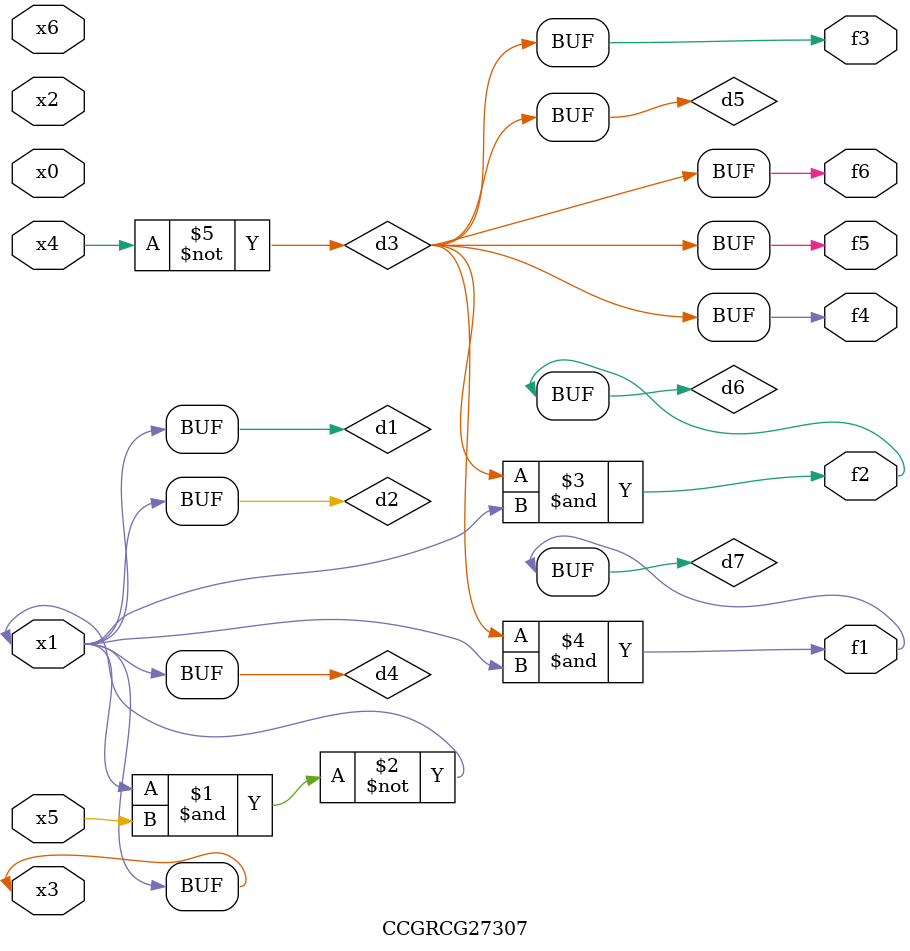
<source format=v>
module CCGRCG27307(
	input x0, x1, x2, x3, x4, x5, x6,
	output f1, f2, f3, f4, f5, f6
);

	wire d1, d2, d3, d4, d5, d6, d7;

	buf (d1, x1, x3);
	nand (d2, x1, x5);
	not (d3, x4);
	buf (d4, d1, d2);
	buf (d5, d3);
	and (d6, d3, d4);
	and (d7, d3, d4);
	assign f1 = d7;
	assign f2 = d6;
	assign f3 = d5;
	assign f4 = d5;
	assign f5 = d5;
	assign f6 = d5;
endmodule

</source>
